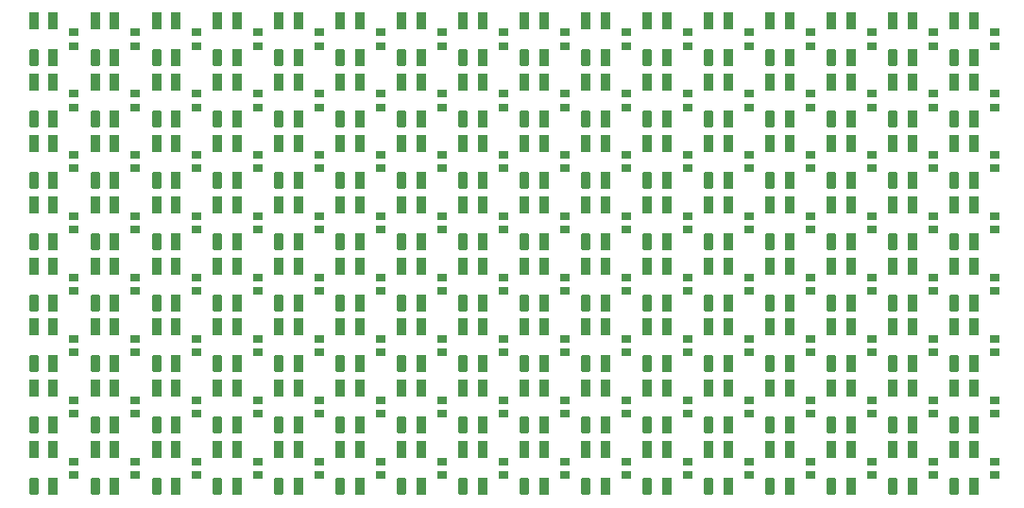
<source format=gtp>
G04*
G04 #@! TF.GenerationSoftware,Altium Limited,CircuitMaker,2.3.0 (3)*
G04*
G04 Layer_Color=7318015*
%FSLAX25Y25*%
%MOIN*%
G70*
G04*
G04 #@! TF.SameCoordinates,2CB11315-EA6C-4568-8D24-B69FFBB62024*
G04*
G04*
G04 #@! TF.FilePolarity,Positive*
G04*
G01*
G75*
%ADD12R,0.03543X0.03150*%
%ADD13R,0.03347X0.06299*%
G04:AMPARAMS|DCode=14|XSize=62.99mil|YSize=33.47mil|CornerRadius=8.37mil|HoleSize=0mil|Usage=FLASHONLY|Rotation=90.000|XOffset=0mil|YOffset=0mil|HoleType=Round|Shape=RoundedRectangle|*
%AMROUNDEDRECTD14*
21,1,0.06299,0.01673,0,0,90.0*
21,1,0.04626,0.03347,0,0,90.0*
1,1,0.01673,0.00837,0.02313*
1,1,0.01673,0.00837,-0.02313*
1,1,0.01673,-0.00837,-0.02313*
1,1,0.01673,-0.00837,0.02313*
%
%ADD14ROUNDEDRECTD14*%
D12*
X446457Y109350D02*
D03*
Y114272D02*
D03*
Y131004D02*
D03*
Y135925D02*
D03*
X424803Y131004D02*
D03*
Y135925D02*
D03*
X403150Y131004D02*
D03*
Y135925D02*
D03*
X381496Y131004D02*
D03*
Y135925D02*
D03*
X359842Y131004D02*
D03*
Y135925D02*
D03*
Y109350D02*
D03*
Y114272D02*
D03*
X381496Y109350D02*
D03*
Y114272D02*
D03*
X424803Y109350D02*
D03*
Y114272D02*
D03*
X403150Y109350D02*
D03*
Y114272D02*
D03*
X446457Y152657D02*
D03*
Y157579D02*
D03*
X424803Y152657D02*
D03*
Y157579D02*
D03*
X403150Y152657D02*
D03*
Y157579D02*
D03*
X381496Y152657D02*
D03*
Y157579D02*
D03*
X359842Y152657D02*
D03*
Y157579D02*
D03*
X338189Y152657D02*
D03*
Y157579D02*
D03*
X316535Y152657D02*
D03*
Y157579D02*
D03*
X294882Y152657D02*
D03*
Y157579D02*
D03*
X273228Y152657D02*
D03*
Y157579D02*
D03*
X251575Y152657D02*
D03*
Y157579D02*
D03*
X229921Y152657D02*
D03*
Y157579D02*
D03*
Y131004D02*
D03*
Y135925D02*
D03*
X251575Y131004D02*
D03*
Y135925D02*
D03*
X273228Y131004D02*
D03*
Y135925D02*
D03*
X294882Y131004D02*
D03*
Y135925D02*
D03*
X316535Y131004D02*
D03*
Y135925D02*
D03*
X338189Y131004D02*
D03*
Y135925D02*
D03*
Y109350D02*
D03*
Y114272D02*
D03*
X316535Y109350D02*
D03*
Y114272D02*
D03*
X294882Y109350D02*
D03*
Y114272D02*
D03*
X273228Y109350D02*
D03*
Y114272D02*
D03*
X251575Y109350D02*
D03*
Y114272D02*
D03*
X229921Y109350D02*
D03*
Y114272D02*
D03*
X208268Y109350D02*
D03*
Y114272D02*
D03*
Y131004D02*
D03*
Y135925D02*
D03*
Y152657D02*
D03*
Y157579D02*
D03*
X143307Y131004D02*
D03*
Y135925D02*
D03*
X121653Y131004D02*
D03*
Y135925D02*
D03*
Y109350D02*
D03*
Y114272D02*
D03*
X143307Y109350D02*
D03*
Y114272D02*
D03*
X164961Y131004D02*
D03*
Y135925D02*
D03*
Y109350D02*
D03*
Y114272D02*
D03*
X186614Y131004D02*
D03*
Y135925D02*
D03*
Y109350D02*
D03*
Y114272D02*
D03*
Y152657D02*
D03*
Y157579D02*
D03*
X164961Y152657D02*
D03*
Y157579D02*
D03*
X143307Y152657D02*
D03*
Y157579D02*
D03*
X121653Y152657D02*
D03*
Y157579D02*
D03*
Y195965D02*
D03*
Y200886D02*
D03*
X143307Y195965D02*
D03*
Y200886D02*
D03*
Y174311D02*
D03*
Y179232D02*
D03*
X121653Y174311D02*
D03*
Y179232D02*
D03*
X229921Y195965D02*
D03*
Y200886D02*
D03*
X208268Y195965D02*
D03*
Y200886D02*
D03*
X186614Y195965D02*
D03*
Y200886D02*
D03*
X164961Y195965D02*
D03*
Y200886D02*
D03*
Y174311D02*
D03*
Y179232D02*
D03*
X186614Y174311D02*
D03*
Y179232D02*
D03*
X208268Y174311D02*
D03*
Y179232D02*
D03*
X229921Y174311D02*
D03*
Y179232D02*
D03*
X251575Y174311D02*
D03*
Y179232D02*
D03*
Y195965D02*
D03*
Y200886D02*
D03*
X316535Y195965D02*
D03*
Y200886D02*
D03*
X294882Y195965D02*
D03*
Y200886D02*
D03*
X273228Y195965D02*
D03*
Y200886D02*
D03*
Y174311D02*
D03*
Y179232D02*
D03*
X294882Y174311D02*
D03*
Y179232D02*
D03*
X316535Y174311D02*
D03*
Y179232D02*
D03*
X338189Y174311D02*
D03*
Y179232D02*
D03*
X424803Y195965D02*
D03*
Y200886D02*
D03*
X403150Y195965D02*
D03*
Y200886D02*
D03*
X381496Y195965D02*
D03*
Y200886D02*
D03*
X359842Y195965D02*
D03*
Y200886D02*
D03*
Y174311D02*
D03*
Y179232D02*
D03*
X381496Y174311D02*
D03*
Y179232D02*
D03*
X403150Y174311D02*
D03*
Y179232D02*
D03*
X424803Y174311D02*
D03*
Y179232D02*
D03*
X446457Y174311D02*
D03*
Y179232D02*
D03*
Y195965D02*
D03*
Y200886D02*
D03*
X381496Y217618D02*
D03*
Y222539D02*
D03*
X403150Y217618D02*
D03*
Y222539D02*
D03*
X424803Y217618D02*
D03*
Y222539D02*
D03*
X446457Y217618D02*
D03*
Y222539D02*
D03*
Y239272D02*
D03*
Y244193D02*
D03*
X424803Y239272D02*
D03*
Y244193D02*
D03*
X403150Y239272D02*
D03*
Y244193D02*
D03*
X381496Y239272D02*
D03*
Y244193D02*
D03*
X359842Y239272D02*
D03*
Y244193D02*
D03*
Y217618D02*
D03*
Y222539D02*
D03*
X338189Y217618D02*
D03*
Y222539D02*
D03*
X316535Y217618D02*
D03*
Y222539D02*
D03*
X273228Y217618D02*
D03*
Y222539D02*
D03*
X294882Y217618D02*
D03*
Y222539D02*
D03*
Y239272D02*
D03*
Y244193D02*
D03*
X316535Y239272D02*
D03*
Y244193D02*
D03*
X338189Y239272D02*
D03*
Y244193D02*
D03*
X273228Y239272D02*
D03*
Y244193D02*
D03*
X208268Y239272D02*
D03*
Y244193D02*
D03*
X229921Y239272D02*
D03*
Y244193D02*
D03*
X251575Y239272D02*
D03*
Y244193D02*
D03*
Y217618D02*
D03*
Y222539D02*
D03*
X229921Y217618D02*
D03*
Y222539D02*
D03*
X208268Y217618D02*
D03*
Y222539D02*
D03*
X186614Y217618D02*
D03*
Y222539D02*
D03*
Y239272D02*
D03*
Y244193D02*
D03*
X164961Y217618D02*
D03*
Y222539D02*
D03*
X143307Y217618D02*
D03*
Y222539D02*
D03*
X121653Y217618D02*
D03*
Y222539D02*
D03*
Y239272D02*
D03*
Y244193D02*
D03*
X143307Y239272D02*
D03*
Y244193D02*
D03*
X164961Y239272D02*
D03*
Y244193D02*
D03*
X121653Y260925D02*
D03*
Y265846D02*
D03*
X143307Y260925D02*
D03*
Y265846D02*
D03*
X164961Y260925D02*
D03*
Y265846D02*
D03*
X186614Y260925D02*
D03*
Y265846D02*
D03*
X208268Y260925D02*
D03*
Y265846D02*
D03*
X229921Y260925D02*
D03*
Y265846D02*
D03*
X251575Y260925D02*
D03*
Y265846D02*
D03*
X273228Y260925D02*
D03*
Y265846D02*
D03*
X294882Y260925D02*
D03*
Y265846D02*
D03*
X316535Y260925D02*
D03*
Y265846D02*
D03*
X338189Y260925D02*
D03*
Y265846D02*
D03*
X359842Y260925D02*
D03*
Y265846D02*
D03*
X381496Y260925D02*
D03*
Y265846D02*
D03*
X403150Y260925D02*
D03*
Y265846D02*
D03*
X424803Y260925D02*
D03*
Y265846D02*
D03*
X446457Y260925D02*
D03*
Y265846D02*
D03*
X338189Y200886D02*
D03*
Y195965D02*
D03*
D13*
X388878Y118307D02*
D03*
X395768D02*
D03*
Y105315D02*
D03*
X410532Y118307D02*
D03*
X417421D02*
D03*
Y105315D02*
D03*
X432185Y118307D02*
D03*
X439075D02*
D03*
Y105315D02*
D03*
X432185Y139961D02*
D03*
X439075D02*
D03*
Y126969D02*
D03*
X410532Y139961D02*
D03*
X417421D02*
D03*
Y126969D02*
D03*
X388878Y139961D02*
D03*
X395768D02*
D03*
Y126969D02*
D03*
X367224Y139961D02*
D03*
X374114D02*
D03*
Y126969D02*
D03*
X367224Y118307D02*
D03*
X374114D02*
D03*
Y105315D02*
D03*
X345571Y118307D02*
D03*
X352461D02*
D03*
Y105315D02*
D03*
X345571Y139961D02*
D03*
X352461D02*
D03*
Y126969D02*
D03*
X388878Y161614D02*
D03*
X395768D02*
D03*
Y148622D02*
D03*
X410532Y161614D02*
D03*
X417421D02*
D03*
Y148622D02*
D03*
X432185Y161614D02*
D03*
X439075D02*
D03*
Y148622D02*
D03*
X367224Y161614D02*
D03*
X374114D02*
D03*
Y148622D02*
D03*
X345571Y161614D02*
D03*
X352461D02*
D03*
Y148622D02*
D03*
X215650Y118307D02*
D03*
X222539D02*
D03*
Y105315D02*
D03*
X237303Y118307D02*
D03*
X244193D02*
D03*
Y105315D02*
D03*
X258957Y118307D02*
D03*
X265846D02*
D03*
Y105315D02*
D03*
X280610Y118307D02*
D03*
X287500D02*
D03*
Y105315D02*
D03*
X302264Y118307D02*
D03*
X309154D02*
D03*
Y105315D02*
D03*
X323917Y118307D02*
D03*
X330807D02*
D03*
Y105315D02*
D03*
X323917Y139961D02*
D03*
X330807D02*
D03*
Y126969D02*
D03*
X302264Y139961D02*
D03*
X309154D02*
D03*
Y126969D02*
D03*
X280610Y139961D02*
D03*
X287500D02*
D03*
Y126969D02*
D03*
X258957Y139961D02*
D03*
X265846D02*
D03*
Y126969D02*
D03*
X237303Y139961D02*
D03*
X244193D02*
D03*
Y126969D02*
D03*
X215650Y139961D02*
D03*
X222539D02*
D03*
Y126969D02*
D03*
X215650Y161614D02*
D03*
X222539D02*
D03*
Y148622D02*
D03*
X237303Y161614D02*
D03*
X244193D02*
D03*
Y148622D02*
D03*
X258957Y161614D02*
D03*
X265846D02*
D03*
Y148622D02*
D03*
X280610Y161614D02*
D03*
X287500D02*
D03*
Y148622D02*
D03*
X302264Y161614D02*
D03*
X309154D02*
D03*
Y148622D02*
D03*
X323917Y161614D02*
D03*
X330807D02*
D03*
Y148622D02*
D03*
X129035Y139961D02*
D03*
X135925D02*
D03*
Y126969D02*
D03*
X172343Y118307D02*
D03*
X179232D02*
D03*
Y105315D02*
D03*
X129035Y118307D02*
D03*
X135925D02*
D03*
Y105315D02*
D03*
X150689Y118307D02*
D03*
X157579D02*
D03*
Y105315D02*
D03*
X150689Y139961D02*
D03*
X157579D02*
D03*
Y126969D02*
D03*
X172343Y139961D02*
D03*
X179232D02*
D03*
Y126969D02*
D03*
X107382Y139961D02*
D03*
X114272D02*
D03*
Y126969D02*
D03*
X107382Y118307D02*
D03*
X114272D02*
D03*
Y105315D02*
D03*
X193996Y118307D02*
D03*
X200886D02*
D03*
Y105315D02*
D03*
X193996Y139961D02*
D03*
X200886D02*
D03*
Y126969D02*
D03*
X193996Y161614D02*
D03*
X200886D02*
D03*
Y148622D02*
D03*
X172343Y161614D02*
D03*
X179232D02*
D03*
Y148622D02*
D03*
X150689Y161614D02*
D03*
X157579D02*
D03*
Y148622D02*
D03*
X129035Y161614D02*
D03*
X135925D02*
D03*
Y148622D02*
D03*
X107382Y161614D02*
D03*
X114272D02*
D03*
Y148622D02*
D03*
X150689Y183268D02*
D03*
X157579D02*
D03*
Y170276D02*
D03*
X129035Y183268D02*
D03*
X135925D02*
D03*
Y170276D02*
D03*
X107382Y183268D02*
D03*
X114272D02*
D03*
Y170276D02*
D03*
X107382Y204921D02*
D03*
X114272D02*
D03*
Y191929D02*
D03*
X129035Y204921D02*
D03*
X135925D02*
D03*
Y191929D02*
D03*
X150689Y204921D02*
D03*
X157579D02*
D03*
Y191929D02*
D03*
X237303Y183268D02*
D03*
X244193D02*
D03*
Y170276D02*
D03*
X215650Y183268D02*
D03*
X222539D02*
D03*
Y170276D02*
D03*
X193996Y183268D02*
D03*
X200886D02*
D03*
Y170276D02*
D03*
X172343Y183268D02*
D03*
X179232D02*
D03*
Y170276D02*
D03*
X172343Y204921D02*
D03*
X179232D02*
D03*
Y191929D02*
D03*
X193996Y204921D02*
D03*
X200886D02*
D03*
Y191929D02*
D03*
X215650Y204921D02*
D03*
X222539D02*
D03*
Y191929D02*
D03*
X237303Y204921D02*
D03*
X244193D02*
D03*
Y191929D02*
D03*
X323917Y204921D02*
D03*
X330807D02*
D03*
Y191929D02*
D03*
X302264Y204921D02*
D03*
X309154D02*
D03*
Y191929D02*
D03*
X280610Y204921D02*
D03*
X287500D02*
D03*
Y191929D02*
D03*
X258957Y204921D02*
D03*
X265846D02*
D03*
Y191929D02*
D03*
X258957Y183268D02*
D03*
X265846D02*
D03*
Y170276D02*
D03*
X345571Y183268D02*
D03*
X352461D02*
D03*
Y170276D02*
D03*
X345571Y204921D02*
D03*
X352461D02*
D03*
Y191929D02*
D03*
X388878Y183268D02*
D03*
X395768D02*
D03*
Y170276D02*
D03*
X367224Y183268D02*
D03*
X374114D02*
D03*
Y170276D02*
D03*
X367224Y204921D02*
D03*
X374114D02*
D03*
Y191929D02*
D03*
X388878Y204921D02*
D03*
X395768D02*
D03*
Y191929D02*
D03*
X410532Y204921D02*
D03*
X417421D02*
D03*
Y191929D02*
D03*
X432185Y204921D02*
D03*
X439075D02*
D03*
Y191929D02*
D03*
X410532Y183268D02*
D03*
X417421D02*
D03*
Y170276D02*
D03*
X432185Y183268D02*
D03*
X439075D02*
D03*
Y170276D02*
D03*
X410532Y226575D02*
D03*
X417421D02*
D03*
Y213583D02*
D03*
X388878Y226575D02*
D03*
X395768D02*
D03*
Y213583D02*
D03*
X367224Y226575D02*
D03*
X374114D02*
D03*
Y213583D02*
D03*
X367224Y248228D02*
D03*
X374114D02*
D03*
Y235236D02*
D03*
X388878Y248228D02*
D03*
X395768D02*
D03*
Y235236D02*
D03*
X410532Y248228D02*
D03*
X417421D02*
D03*
Y235236D02*
D03*
X432185Y248228D02*
D03*
X439075D02*
D03*
Y235236D02*
D03*
X432185Y226575D02*
D03*
X439075D02*
D03*
Y213583D02*
D03*
X280610Y226575D02*
D03*
X287500D02*
D03*
Y213583D02*
D03*
X302264Y226575D02*
D03*
X309154D02*
D03*
Y213583D02*
D03*
X323917Y226575D02*
D03*
X330807D02*
D03*
Y213583D02*
D03*
X345571Y226575D02*
D03*
X352461D02*
D03*
Y213583D02*
D03*
X345571Y248228D02*
D03*
X352461D02*
D03*
Y235236D02*
D03*
X323917Y248228D02*
D03*
X330807D02*
D03*
Y235236D02*
D03*
X302264Y248228D02*
D03*
X309154D02*
D03*
Y235236D02*
D03*
X280610Y248228D02*
D03*
X287500D02*
D03*
Y235236D02*
D03*
X258957Y248228D02*
D03*
X265846D02*
D03*
Y235236D02*
D03*
X237303Y248228D02*
D03*
X244193D02*
D03*
Y235236D02*
D03*
X215650Y248228D02*
D03*
X222539D02*
D03*
Y235236D02*
D03*
X193996Y248228D02*
D03*
X200886D02*
D03*
Y235236D02*
D03*
X193996Y226575D02*
D03*
X200886D02*
D03*
Y213583D02*
D03*
X215650Y226575D02*
D03*
X222539D02*
D03*
Y213583D02*
D03*
X237303Y226575D02*
D03*
X244193D02*
D03*
Y213583D02*
D03*
X258957Y226575D02*
D03*
X265846D02*
D03*
Y213583D02*
D03*
X150689Y248228D02*
D03*
X157579D02*
D03*
Y235236D02*
D03*
X172343Y248228D02*
D03*
X179232D02*
D03*
Y235236D02*
D03*
X172343Y226575D02*
D03*
X179232D02*
D03*
Y213583D02*
D03*
X150689Y226575D02*
D03*
X157579D02*
D03*
Y213583D02*
D03*
X129035Y226575D02*
D03*
X135925D02*
D03*
Y213583D02*
D03*
X107382Y226575D02*
D03*
X114272D02*
D03*
Y213583D02*
D03*
X129035Y248228D02*
D03*
X135925D02*
D03*
Y235236D02*
D03*
X107382Y248228D02*
D03*
X114272D02*
D03*
Y235236D02*
D03*
X107382Y269882D02*
D03*
X114272D02*
D03*
Y256890D02*
D03*
X129035Y269882D02*
D03*
X135925D02*
D03*
Y256890D02*
D03*
X150689Y269882D02*
D03*
X157579D02*
D03*
Y256890D02*
D03*
X172343Y269882D02*
D03*
X179232D02*
D03*
Y256890D02*
D03*
X193996Y269882D02*
D03*
X200886D02*
D03*
Y256890D02*
D03*
X215650Y269882D02*
D03*
X222539D02*
D03*
Y256890D02*
D03*
X237303Y269882D02*
D03*
X244193D02*
D03*
Y256890D02*
D03*
X258957Y269882D02*
D03*
X265846D02*
D03*
Y256890D02*
D03*
X280610Y269882D02*
D03*
X287500D02*
D03*
Y256890D02*
D03*
X302264Y269882D02*
D03*
X309154D02*
D03*
Y256890D02*
D03*
X323917Y269882D02*
D03*
X330807D02*
D03*
Y256890D02*
D03*
X345571Y269882D02*
D03*
X352461D02*
D03*
Y256890D02*
D03*
X367224Y269882D02*
D03*
X374114D02*
D03*
Y256890D02*
D03*
X388878Y269882D02*
D03*
X395768D02*
D03*
Y256890D02*
D03*
X410532Y269882D02*
D03*
X417421D02*
D03*
Y256890D02*
D03*
X432185Y269882D02*
D03*
X439075D02*
D03*
Y256890D02*
D03*
X330807Y170276D02*
D03*
Y183268D02*
D03*
X323917D02*
D03*
X309154Y170276D02*
D03*
Y183268D02*
D03*
X302264D02*
D03*
X287500Y170276D02*
D03*
Y183268D02*
D03*
X280610D02*
D03*
D14*
X388878Y105315D02*
D03*
X410532D02*
D03*
X432185D02*
D03*
Y126969D02*
D03*
X410532D02*
D03*
X388878D02*
D03*
X367224D02*
D03*
Y105315D02*
D03*
X345571D02*
D03*
Y126969D02*
D03*
X388878Y148622D02*
D03*
X410532D02*
D03*
X432185D02*
D03*
X367224D02*
D03*
X345571D02*
D03*
X215650Y105315D02*
D03*
X237303D02*
D03*
X258957D02*
D03*
X280610D02*
D03*
X302264D02*
D03*
X323917D02*
D03*
Y126969D02*
D03*
X302264D02*
D03*
X280610D02*
D03*
X258957D02*
D03*
X237303D02*
D03*
X215650D02*
D03*
Y148622D02*
D03*
X237303D02*
D03*
X258957D02*
D03*
X280610D02*
D03*
X302264D02*
D03*
X323917D02*
D03*
X129035Y126969D02*
D03*
X172343Y105315D02*
D03*
X129035D02*
D03*
X150689D02*
D03*
Y126969D02*
D03*
X172343D02*
D03*
X107382D02*
D03*
Y105315D02*
D03*
X193996D02*
D03*
Y126969D02*
D03*
Y148622D02*
D03*
X172343D02*
D03*
X150689D02*
D03*
X129035D02*
D03*
X107382D02*
D03*
X150689Y170276D02*
D03*
X129035D02*
D03*
X107382D02*
D03*
Y191929D02*
D03*
X129035D02*
D03*
X150689D02*
D03*
X237303Y170276D02*
D03*
X215650D02*
D03*
X193996D02*
D03*
X172343D02*
D03*
Y191929D02*
D03*
X193996D02*
D03*
X215650D02*
D03*
X237303D02*
D03*
X323917D02*
D03*
X302264D02*
D03*
X280610D02*
D03*
X258957D02*
D03*
Y170276D02*
D03*
X345571D02*
D03*
Y191929D02*
D03*
X388878Y170276D02*
D03*
X367224D02*
D03*
Y191929D02*
D03*
X388878D02*
D03*
X410532D02*
D03*
X432185D02*
D03*
X410532Y170276D02*
D03*
X432185D02*
D03*
X410532Y213583D02*
D03*
X388878D02*
D03*
X367224D02*
D03*
Y235236D02*
D03*
X388878D02*
D03*
X410532D02*
D03*
X432185D02*
D03*
Y213583D02*
D03*
X280610D02*
D03*
X302264D02*
D03*
X323917D02*
D03*
X345571D02*
D03*
Y235236D02*
D03*
X323917D02*
D03*
X302264D02*
D03*
X280610D02*
D03*
X258957D02*
D03*
X237303D02*
D03*
X215650D02*
D03*
X193996D02*
D03*
Y213583D02*
D03*
X215650D02*
D03*
X237303D02*
D03*
X258957D02*
D03*
X150689Y235236D02*
D03*
X172343D02*
D03*
Y213583D02*
D03*
X150689D02*
D03*
X129035D02*
D03*
X107382D02*
D03*
X129035Y235236D02*
D03*
X107382D02*
D03*
Y256890D02*
D03*
X129035D02*
D03*
X150689D02*
D03*
X172343D02*
D03*
X193996D02*
D03*
X215650D02*
D03*
X237303D02*
D03*
X258957D02*
D03*
X280610D02*
D03*
X302264D02*
D03*
X323917D02*
D03*
X345571D02*
D03*
X367224D02*
D03*
X388878D02*
D03*
X410532D02*
D03*
X432185D02*
D03*
X323917Y170276D02*
D03*
X302264D02*
D03*
X280610D02*
D03*
M02*

</source>
